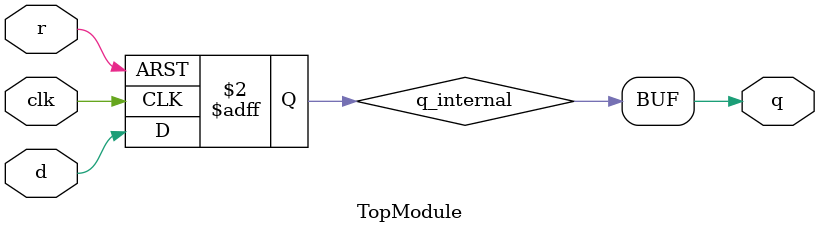
<source format=sv>

module TopModule (
  input clk,
  input d,
  input r,
  output logic q
);

  logic q_internal;

  always_ff @(posedge clk, posedge r) begin
    if (r) begin
      q_internal <= 1'b0;
    end else begin
      q_internal <= d;
    end
  end

  assign q = q_internal;

endmodule

// VERILOG-EVAL: errant inclusion of module definition

</source>
